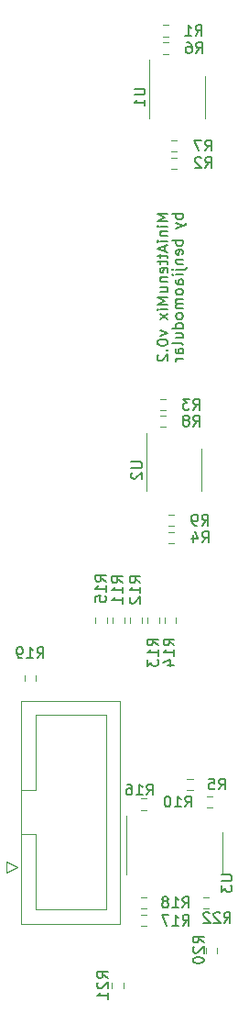
<source format=gbr>
%TF.GenerationSoftware,KiCad,Pcbnew,6.0.11+dfsg-1~bpo11+1*%
%TF.CreationDate,2023-11-22T17:04:06+08:00*%
%TF.ProjectId,MiniAttenuMix - Main,4d696e69-4174-4746-956e-754d6978202d,v0.2*%
%TF.SameCoordinates,Original*%
%TF.FileFunction,Legend,Bot*%
%TF.FilePolarity,Positive*%
%FSLAX46Y46*%
G04 Gerber Fmt 4.6, Leading zero omitted, Abs format (unit mm)*
G04 Created by KiCad (PCBNEW 6.0.11+dfsg-1~bpo11+1) date 2023-11-22 17:04:06*
%MOMM*%
%LPD*%
G01*
G04 APERTURE LIST*
%ADD10C,0.150000*%
%ADD11C,0.120000*%
G04 APERTURE END LIST*
D10*
X153952380Y-70038095D02*
X152952380Y-70038095D01*
X153666666Y-70371428D01*
X152952380Y-70704761D01*
X153952380Y-70704761D01*
X153952380Y-71180952D02*
X153285714Y-71180952D01*
X152952380Y-71180952D02*
X153000000Y-71133333D01*
X153047619Y-71180952D01*
X153000000Y-71228571D01*
X152952380Y-71180952D01*
X153047619Y-71180952D01*
X153285714Y-71657142D02*
X153952380Y-71657142D01*
X153380952Y-71657142D02*
X153333333Y-71704761D01*
X153285714Y-71800000D01*
X153285714Y-71942857D01*
X153333333Y-72038095D01*
X153428571Y-72085714D01*
X153952380Y-72085714D01*
X153952380Y-72561904D02*
X153285714Y-72561904D01*
X152952380Y-72561904D02*
X153000000Y-72514285D01*
X153047619Y-72561904D01*
X153000000Y-72609523D01*
X152952380Y-72561904D01*
X153047619Y-72561904D01*
X153666666Y-72990476D02*
X153666666Y-73466666D01*
X153952380Y-72895238D02*
X152952380Y-73228571D01*
X153952380Y-73561904D01*
X153285714Y-73752380D02*
X153285714Y-74133333D01*
X152952380Y-73895238D02*
X153809523Y-73895238D01*
X153904761Y-73942857D01*
X153952380Y-74038095D01*
X153952380Y-74133333D01*
X153285714Y-74323809D02*
X153285714Y-74704761D01*
X152952380Y-74466666D02*
X153809523Y-74466666D01*
X153904761Y-74514285D01*
X153952380Y-74609523D01*
X153952380Y-74704761D01*
X153904761Y-75419047D02*
X153952380Y-75323809D01*
X153952380Y-75133333D01*
X153904761Y-75038095D01*
X153809523Y-74990476D01*
X153428571Y-74990476D01*
X153333333Y-75038095D01*
X153285714Y-75133333D01*
X153285714Y-75323809D01*
X153333333Y-75419047D01*
X153428571Y-75466666D01*
X153523809Y-75466666D01*
X153619047Y-74990476D01*
X153285714Y-75895238D02*
X153952380Y-75895238D01*
X153380952Y-75895238D02*
X153333333Y-75942857D01*
X153285714Y-76038095D01*
X153285714Y-76180952D01*
X153333333Y-76276190D01*
X153428571Y-76323809D01*
X153952380Y-76323809D01*
X153285714Y-77228571D02*
X153952380Y-77228571D01*
X153285714Y-76800000D02*
X153809523Y-76800000D01*
X153904761Y-76847619D01*
X153952380Y-76942857D01*
X153952380Y-77085714D01*
X153904761Y-77180952D01*
X153857142Y-77228571D01*
X153952380Y-77704761D02*
X152952380Y-77704761D01*
X153666666Y-78038095D01*
X152952380Y-78371428D01*
X153952380Y-78371428D01*
X153952380Y-78847619D02*
X153285714Y-78847619D01*
X152952380Y-78847619D02*
X153000000Y-78800000D01*
X153047619Y-78847619D01*
X153000000Y-78895238D01*
X152952380Y-78847619D01*
X153047619Y-78847619D01*
X153952380Y-79228571D02*
X153285714Y-79752380D01*
X153285714Y-79228571D02*
X153952380Y-79752380D01*
X153285714Y-80800000D02*
X153952380Y-81038095D01*
X153285714Y-81276190D01*
X152952380Y-81847619D02*
X152952380Y-81942857D01*
X153000000Y-82038095D01*
X153047619Y-82085714D01*
X153142857Y-82133333D01*
X153333333Y-82180952D01*
X153571428Y-82180952D01*
X153761904Y-82133333D01*
X153857142Y-82085714D01*
X153904761Y-82038095D01*
X153952380Y-81942857D01*
X153952380Y-81847619D01*
X153904761Y-81752380D01*
X153857142Y-81704761D01*
X153761904Y-81657142D01*
X153571428Y-81609523D01*
X153333333Y-81609523D01*
X153142857Y-81657142D01*
X153047619Y-81704761D01*
X153000000Y-81752380D01*
X152952380Y-81847619D01*
X153857142Y-82609523D02*
X153904761Y-82657142D01*
X153952380Y-82609523D01*
X153904761Y-82561904D01*
X153857142Y-82609523D01*
X153952380Y-82609523D01*
X153047619Y-83038095D02*
X153000000Y-83085714D01*
X152952380Y-83180952D01*
X152952380Y-83419047D01*
X153000000Y-83514285D01*
X153047619Y-83561904D01*
X153142857Y-83609523D01*
X153238095Y-83609523D01*
X153380952Y-83561904D01*
X153952380Y-82990476D01*
X153952380Y-83609523D01*
X155352380Y-70061904D02*
X154352380Y-70061904D01*
X154733333Y-70061904D02*
X154685714Y-70157142D01*
X154685714Y-70347619D01*
X154733333Y-70442857D01*
X154780952Y-70490476D01*
X154876190Y-70538095D01*
X155161904Y-70538095D01*
X155257142Y-70490476D01*
X155304761Y-70442857D01*
X155352380Y-70347619D01*
X155352380Y-70157142D01*
X155304761Y-70061904D01*
X154685714Y-70871428D02*
X155352380Y-71109523D01*
X154685714Y-71347619D02*
X155352380Y-71109523D01*
X155590476Y-71014285D01*
X155638095Y-70966666D01*
X155685714Y-70871428D01*
X155352380Y-72490476D02*
X154352380Y-72490476D01*
X154733333Y-72490476D02*
X154685714Y-72585714D01*
X154685714Y-72776190D01*
X154733333Y-72871428D01*
X154780952Y-72919047D01*
X154876190Y-72966666D01*
X155161904Y-72966666D01*
X155257142Y-72919047D01*
X155304761Y-72871428D01*
X155352380Y-72776190D01*
X155352380Y-72585714D01*
X155304761Y-72490476D01*
X155304761Y-73776190D02*
X155352380Y-73680952D01*
X155352380Y-73490476D01*
X155304761Y-73395238D01*
X155209523Y-73347619D01*
X154828571Y-73347619D01*
X154733333Y-73395238D01*
X154685714Y-73490476D01*
X154685714Y-73680952D01*
X154733333Y-73776190D01*
X154828571Y-73823809D01*
X154923809Y-73823809D01*
X155019047Y-73347619D01*
X154685714Y-74252380D02*
X155352380Y-74252380D01*
X154780952Y-74252380D02*
X154733333Y-74300000D01*
X154685714Y-74395238D01*
X154685714Y-74538095D01*
X154733333Y-74633333D01*
X154828571Y-74680952D01*
X155352380Y-74680952D01*
X154685714Y-75157142D02*
X155542857Y-75157142D01*
X155638095Y-75109523D01*
X155685714Y-75014285D01*
X155685714Y-74966666D01*
X154352380Y-75157142D02*
X154400000Y-75109523D01*
X154447619Y-75157142D01*
X154400000Y-75204761D01*
X154352380Y-75157142D01*
X154447619Y-75157142D01*
X155352380Y-75633333D02*
X154685714Y-75633333D01*
X154352380Y-75633333D02*
X154400000Y-75585714D01*
X154447619Y-75633333D01*
X154400000Y-75680952D01*
X154352380Y-75633333D01*
X154447619Y-75633333D01*
X155352380Y-76538095D02*
X154828571Y-76538095D01*
X154733333Y-76490476D01*
X154685714Y-76395238D01*
X154685714Y-76204761D01*
X154733333Y-76109523D01*
X155304761Y-76538095D02*
X155352380Y-76442857D01*
X155352380Y-76204761D01*
X155304761Y-76109523D01*
X155209523Y-76061904D01*
X155114285Y-76061904D01*
X155019047Y-76109523D01*
X154971428Y-76204761D01*
X154971428Y-76442857D01*
X154923809Y-76538095D01*
X155352380Y-77157142D02*
X155304761Y-77061904D01*
X155257142Y-77014285D01*
X155161904Y-76966666D01*
X154876190Y-76966666D01*
X154780952Y-77014285D01*
X154733333Y-77061904D01*
X154685714Y-77157142D01*
X154685714Y-77300000D01*
X154733333Y-77395238D01*
X154780952Y-77442857D01*
X154876190Y-77490476D01*
X155161904Y-77490476D01*
X155257142Y-77442857D01*
X155304761Y-77395238D01*
X155352380Y-77300000D01*
X155352380Y-77157142D01*
X155352380Y-77919047D02*
X154685714Y-77919047D01*
X154780952Y-77919047D02*
X154733333Y-77966666D01*
X154685714Y-78061904D01*
X154685714Y-78204761D01*
X154733333Y-78300000D01*
X154828571Y-78347619D01*
X155352380Y-78347619D01*
X154828571Y-78347619D02*
X154733333Y-78395238D01*
X154685714Y-78490476D01*
X154685714Y-78633333D01*
X154733333Y-78728571D01*
X154828571Y-78776190D01*
X155352380Y-78776190D01*
X155352380Y-79395238D02*
X155304761Y-79300000D01*
X155257142Y-79252380D01*
X155161904Y-79204761D01*
X154876190Y-79204761D01*
X154780952Y-79252380D01*
X154733333Y-79300000D01*
X154685714Y-79395238D01*
X154685714Y-79538095D01*
X154733333Y-79633333D01*
X154780952Y-79680952D01*
X154876190Y-79728571D01*
X155161904Y-79728571D01*
X155257142Y-79680952D01*
X155304761Y-79633333D01*
X155352380Y-79538095D01*
X155352380Y-79395238D01*
X155352380Y-80585714D02*
X154352380Y-80585714D01*
X155304761Y-80585714D02*
X155352380Y-80490476D01*
X155352380Y-80300000D01*
X155304761Y-80204761D01*
X155257142Y-80157142D01*
X155161904Y-80109523D01*
X154876190Y-80109523D01*
X154780952Y-80157142D01*
X154733333Y-80204761D01*
X154685714Y-80300000D01*
X154685714Y-80490476D01*
X154733333Y-80585714D01*
X154685714Y-81490476D02*
X155352380Y-81490476D01*
X154685714Y-81061904D02*
X155209523Y-81061904D01*
X155304761Y-81109523D01*
X155352380Y-81204761D01*
X155352380Y-81347619D01*
X155304761Y-81442857D01*
X155257142Y-81490476D01*
X155352380Y-82109523D02*
X155304761Y-82014285D01*
X155209523Y-81966666D01*
X154352380Y-81966666D01*
X155352380Y-82919047D02*
X154828571Y-82919047D01*
X154733333Y-82871428D01*
X154685714Y-82776190D01*
X154685714Y-82585714D01*
X154733333Y-82490476D01*
X155304761Y-82919047D02*
X155352380Y-82823809D01*
X155352380Y-82585714D01*
X155304761Y-82490476D01*
X155209523Y-82442857D01*
X155114285Y-82442857D01*
X155019047Y-82490476D01*
X154971428Y-82585714D01*
X154971428Y-82823809D01*
X154923809Y-82919047D01*
X155352380Y-83395238D02*
X154685714Y-83395238D01*
X154876190Y-83395238D02*
X154780952Y-83442857D01*
X154733333Y-83490476D01*
X154685714Y-83585714D01*
X154685714Y-83680952D01*
%TO.C,R16*%
X151992857Y-123652380D02*
X152326190Y-123176190D01*
X152564285Y-123652380D02*
X152564285Y-122652380D01*
X152183333Y-122652380D01*
X152088095Y-122700000D01*
X152040476Y-122747619D01*
X151992857Y-122842857D01*
X151992857Y-122985714D01*
X152040476Y-123080952D01*
X152088095Y-123128571D01*
X152183333Y-123176190D01*
X152564285Y-123176190D01*
X151040476Y-123652380D02*
X151611904Y-123652380D01*
X151326190Y-123652380D02*
X151326190Y-122652380D01*
X151421428Y-122795238D01*
X151516666Y-122890476D01*
X151611904Y-122938095D01*
X150183333Y-122652380D02*
X150373809Y-122652380D01*
X150469047Y-122700000D01*
X150516666Y-122747619D01*
X150611904Y-122890476D01*
X150659523Y-123080952D01*
X150659523Y-123461904D01*
X150611904Y-123557142D01*
X150564285Y-123604761D01*
X150469047Y-123652380D01*
X150278571Y-123652380D01*
X150183333Y-123604761D01*
X150135714Y-123557142D01*
X150088095Y-123461904D01*
X150088095Y-123223809D01*
X150135714Y-123128571D01*
X150183333Y-123080952D01*
X150278571Y-123033333D01*
X150469047Y-123033333D01*
X150564285Y-123080952D01*
X150611904Y-123128571D01*
X150659523Y-123223809D01*
%TO.C,U1*%
X150847380Y-58487171D02*
X151656904Y-58487171D01*
X151752142Y-58534790D01*
X151799761Y-58582409D01*
X151847380Y-58677647D01*
X151847380Y-58868123D01*
X151799761Y-58963361D01*
X151752142Y-59010980D01*
X151656904Y-59058599D01*
X150847380Y-59058599D01*
X151847380Y-60058599D02*
X151847380Y-59487171D01*
X151847380Y-59772885D02*
X150847380Y-59772885D01*
X150990238Y-59677647D01*
X151085476Y-59582409D01*
X151133095Y-59487171D01*
%TO.C,R18*%
X155317857Y-134052380D02*
X155651190Y-133576190D01*
X155889285Y-134052380D02*
X155889285Y-133052380D01*
X155508333Y-133052380D01*
X155413095Y-133100000D01*
X155365476Y-133147619D01*
X155317857Y-133242857D01*
X155317857Y-133385714D01*
X155365476Y-133480952D01*
X155413095Y-133528571D01*
X155508333Y-133576190D01*
X155889285Y-133576190D01*
X154365476Y-134052380D02*
X154936904Y-134052380D01*
X154651190Y-134052380D02*
X154651190Y-133052380D01*
X154746428Y-133195238D01*
X154841666Y-133290476D01*
X154936904Y-133338095D01*
X153794047Y-133480952D02*
X153889285Y-133433333D01*
X153936904Y-133385714D01*
X153984523Y-133290476D01*
X153984523Y-133242857D01*
X153936904Y-133147619D01*
X153889285Y-133100000D01*
X153794047Y-133052380D01*
X153603571Y-133052380D01*
X153508333Y-133100000D01*
X153460714Y-133147619D01*
X153413095Y-133242857D01*
X153413095Y-133290476D01*
X153460714Y-133385714D01*
X153508333Y-133433333D01*
X153603571Y-133480952D01*
X153794047Y-133480952D01*
X153889285Y-133528571D01*
X153936904Y-133576190D01*
X153984523Y-133671428D01*
X153984523Y-133861904D01*
X153936904Y-133957142D01*
X153889285Y-134004761D01*
X153794047Y-134052380D01*
X153603571Y-134052380D01*
X153508333Y-134004761D01*
X153460714Y-133957142D01*
X153413095Y-133861904D01*
X153413095Y-133671428D01*
X153460714Y-133576190D01*
X153508333Y-133528571D01*
X153603571Y-133480952D01*
%TO.C,R1*%
X156511666Y-53601456D02*
X156845000Y-53125266D01*
X157083095Y-53601456D02*
X157083095Y-52601456D01*
X156702142Y-52601456D01*
X156606904Y-52649076D01*
X156559285Y-52696695D01*
X156511666Y-52791933D01*
X156511666Y-52934790D01*
X156559285Y-53030028D01*
X156606904Y-53077647D01*
X156702142Y-53125266D01*
X157083095Y-53125266D01*
X155559285Y-53601456D02*
X156130714Y-53601456D01*
X155845000Y-53601456D02*
X155845000Y-52601456D01*
X155940238Y-52744314D01*
X156035476Y-52839552D01*
X156130714Y-52887171D01*
%TO.C,R11*%
X149777380Y-104082142D02*
X149301190Y-103748809D01*
X149777380Y-103510714D02*
X148777380Y-103510714D01*
X148777380Y-103891666D01*
X148825000Y-103986904D01*
X148872619Y-104034523D01*
X148967857Y-104082142D01*
X149110714Y-104082142D01*
X149205952Y-104034523D01*
X149253571Y-103986904D01*
X149301190Y-103891666D01*
X149301190Y-103510714D01*
X149777380Y-105034523D02*
X149777380Y-104463095D01*
X149777380Y-104748809D02*
X148777380Y-104748809D01*
X148920238Y-104653571D01*
X149015476Y-104558333D01*
X149063095Y-104463095D01*
X149777380Y-105986904D02*
X149777380Y-105415476D01*
X149777380Y-105701190D02*
X148777380Y-105701190D01*
X148920238Y-105605952D01*
X149015476Y-105510714D01*
X149063095Y-105415476D01*
%TO.C,R9*%
X157114066Y-98779980D02*
X157447400Y-98303790D01*
X157685495Y-98779980D02*
X157685495Y-97779980D01*
X157304542Y-97779980D01*
X157209304Y-97827600D01*
X157161685Y-97875219D01*
X157114066Y-97970457D01*
X157114066Y-98113314D01*
X157161685Y-98208552D01*
X157209304Y-98256171D01*
X157304542Y-98303790D01*
X157685495Y-98303790D01*
X156637876Y-98779980D02*
X156447400Y-98779980D01*
X156352161Y-98732361D01*
X156304542Y-98684742D01*
X156209304Y-98541885D01*
X156161685Y-98351409D01*
X156161685Y-97970457D01*
X156209304Y-97875219D01*
X156256923Y-97827600D01*
X156352161Y-97779980D01*
X156542638Y-97779980D01*
X156637876Y-97827600D01*
X156685495Y-97875219D01*
X156733114Y-97970457D01*
X156733114Y-98208552D01*
X156685495Y-98303790D01*
X156637876Y-98351409D01*
X156542638Y-98399028D01*
X156352161Y-98399028D01*
X156256923Y-98351409D01*
X156209304Y-98303790D01*
X156161685Y-98208552D01*
%TO.C,R4*%
X157126566Y-100354980D02*
X157459900Y-99878790D01*
X157697995Y-100354980D02*
X157697995Y-99354980D01*
X157317042Y-99354980D01*
X157221804Y-99402600D01*
X157174185Y-99450219D01*
X157126566Y-99545457D01*
X157126566Y-99688314D01*
X157174185Y-99783552D01*
X157221804Y-99831171D01*
X157317042Y-99878790D01*
X157697995Y-99878790D01*
X156269423Y-99688314D02*
X156269423Y-100354980D01*
X156507519Y-99307361D02*
X156745614Y-100021647D01*
X156126566Y-100021647D01*
%TO.C,R17*%
X155332857Y-135702380D02*
X155666190Y-135226190D01*
X155904285Y-135702380D02*
X155904285Y-134702380D01*
X155523333Y-134702380D01*
X155428095Y-134750000D01*
X155380476Y-134797619D01*
X155332857Y-134892857D01*
X155332857Y-135035714D01*
X155380476Y-135130952D01*
X155428095Y-135178571D01*
X155523333Y-135226190D01*
X155904285Y-135226190D01*
X154380476Y-135702380D02*
X154951904Y-135702380D01*
X154666190Y-135702380D02*
X154666190Y-134702380D01*
X154761428Y-134845238D01*
X154856666Y-134940476D01*
X154951904Y-134988095D01*
X154047142Y-134702380D02*
X153380476Y-134702380D01*
X153809047Y-135702380D01*
%TO.C,R22*%
X159152857Y-135462380D02*
X159486190Y-134986190D01*
X159724285Y-135462380D02*
X159724285Y-134462380D01*
X159343333Y-134462380D01*
X159248095Y-134510000D01*
X159200476Y-134557619D01*
X159152857Y-134652857D01*
X159152857Y-134795714D01*
X159200476Y-134890952D01*
X159248095Y-134938571D01*
X159343333Y-134986190D01*
X159724285Y-134986190D01*
X158771904Y-134557619D02*
X158724285Y-134510000D01*
X158629047Y-134462380D01*
X158390952Y-134462380D01*
X158295714Y-134510000D01*
X158248095Y-134557619D01*
X158200476Y-134652857D01*
X158200476Y-134748095D01*
X158248095Y-134890952D01*
X158819523Y-135462380D01*
X158200476Y-135462380D01*
X157819523Y-134557619D02*
X157771904Y-134510000D01*
X157676666Y-134462380D01*
X157438571Y-134462380D01*
X157343333Y-134510000D01*
X157295714Y-134557619D01*
X157248095Y-134652857D01*
X157248095Y-134748095D01*
X157295714Y-134890952D01*
X157867142Y-135462380D01*
X157248095Y-135462380D01*
%TO.C,R7*%
X157411666Y-64226456D02*
X157745000Y-63750266D01*
X157983095Y-64226456D02*
X157983095Y-63226456D01*
X157602142Y-63226456D01*
X157506904Y-63274076D01*
X157459285Y-63321695D01*
X157411666Y-63416933D01*
X157411666Y-63559790D01*
X157459285Y-63655028D01*
X157506904Y-63702647D01*
X157602142Y-63750266D01*
X157983095Y-63750266D01*
X157078333Y-63226456D02*
X156411666Y-63226456D01*
X156840238Y-64226456D01*
%TO.C,R13*%
X153052380Y-109857142D02*
X152576190Y-109523809D01*
X153052380Y-109285714D02*
X152052380Y-109285714D01*
X152052380Y-109666666D01*
X152100000Y-109761904D01*
X152147619Y-109809523D01*
X152242857Y-109857142D01*
X152385714Y-109857142D01*
X152480952Y-109809523D01*
X152528571Y-109761904D01*
X152576190Y-109666666D01*
X152576190Y-109285714D01*
X153052380Y-110809523D02*
X153052380Y-110238095D01*
X153052380Y-110523809D02*
X152052380Y-110523809D01*
X152195238Y-110428571D01*
X152290476Y-110333333D01*
X152338095Y-110238095D01*
X152052380Y-111142857D02*
X152052380Y-111761904D01*
X152433333Y-111428571D01*
X152433333Y-111571428D01*
X152480952Y-111666666D01*
X152528571Y-111714285D01*
X152623809Y-111761904D01*
X152861904Y-111761904D01*
X152957142Y-111714285D01*
X153004761Y-111666666D01*
X153052380Y-111571428D01*
X153052380Y-111285714D01*
X153004761Y-111190476D01*
X152957142Y-111142857D01*
%TO.C,R3*%
X156291666Y-88104980D02*
X156625000Y-87628790D01*
X156863095Y-88104980D02*
X156863095Y-87104980D01*
X156482142Y-87104980D01*
X156386904Y-87152600D01*
X156339285Y-87200219D01*
X156291666Y-87295457D01*
X156291666Y-87438314D01*
X156339285Y-87533552D01*
X156386904Y-87581171D01*
X156482142Y-87628790D01*
X156863095Y-87628790D01*
X155958333Y-87104980D02*
X155339285Y-87104980D01*
X155672619Y-87485933D01*
X155529761Y-87485933D01*
X155434523Y-87533552D01*
X155386904Y-87581171D01*
X155339285Y-87676409D01*
X155339285Y-87914504D01*
X155386904Y-88009742D01*
X155434523Y-88057361D01*
X155529761Y-88104980D01*
X155815476Y-88104980D01*
X155910714Y-88057361D01*
X155958333Y-88009742D01*
%TO.C,R10*%
X155542857Y-124752380D02*
X155876190Y-124276190D01*
X156114285Y-124752380D02*
X156114285Y-123752380D01*
X155733333Y-123752380D01*
X155638095Y-123800000D01*
X155590476Y-123847619D01*
X155542857Y-123942857D01*
X155542857Y-124085714D01*
X155590476Y-124180952D01*
X155638095Y-124228571D01*
X155733333Y-124276190D01*
X156114285Y-124276190D01*
X154590476Y-124752380D02*
X155161904Y-124752380D01*
X154876190Y-124752380D02*
X154876190Y-123752380D01*
X154971428Y-123895238D01*
X155066666Y-123990476D01*
X155161904Y-124038095D01*
X153971428Y-123752380D02*
X153876190Y-123752380D01*
X153780952Y-123800000D01*
X153733333Y-123847619D01*
X153685714Y-123942857D01*
X153638095Y-124133333D01*
X153638095Y-124371428D01*
X153685714Y-124561904D01*
X153733333Y-124657142D01*
X153780952Y-124704761D01*
X153876190Y-124752380D01*
X153971428Y-124752380D01*
X154066666Y-124704761D01*
X154114285Y-124657142D01*
X154161904Y-124561904D01*
X154209523Y-124371428D01*
X154209523Y-124133333D01*
X154161904Y-123942857D01*
X154114285Y-123847619D01*
X154066666Y-123800000D01*
X153971428Y-123752380D01*
%TO.C,R21*%
X148402380Y-140557142D02*
X147926190Y-140223809D01*
X148402380Y-139985714D02*
X147402380Y-139985714D01*
X147402380Y-140366666D01*
X147450000Y-140461904D01*
X147497619Y-140509523D01*
X147592857Y-140557142D01*
X147735714Y-140557142D01*
X147830952Y-140509523D01*
X147878571Y-140461904D01*
X147926190Y-140366666D01*
X147926190Y-139985714D01*
X147497619Y-140938095D02*
X147450000Y-140985714D01*
X147402380Y-141080952D01*
X147402380Y-141319047D01*
X147450000Y-141414285D01*
X147497619Y-141461904D01*
X147592857Y-141509523D01*
X147688095Y-141509523D01*
X147830952Y-141461904D01*
X148402380Y-140890476D01*
X148402380Y-141509523D01*
X148402380Y-142461904D02*
X148402380Y-141890476D01*
X148402380Y-142176190D02*
X147402380Y-142176190D01*
X147545238Y-142080952D01*
X147640476Y-141985714D01*
X147688095Y-141890476D01*
%TO.C,R6*%
X156561666Y-55201456D02*
X156895000Y-54725266D01*
X157133095Y-55201456D02*
X157133095Y-54201456D01*
X156752142Y-54201456D01*
X156656904Y-54249076D01*
X156609285Y-54296695D01*
X156561666Y-54391933D01*
X156561666Y-54534790D01*
X156609285Y-54630028D01*
X156656904Y-54677647D01*
X156752142Y-54725266D01*
X157133095Y-54725266D01*
X155704523Y-54201456D02*
X155895000Y-54201456D01*
X155990238Y-54249076D01*
X156037857Y-54296695D01*
X156133095Y-54439552D01*
X156180714Y-54630028D01*
X156180714Y-55010980D01*
X156133095Y-55106218D01*
X156085476Y-55153837D01*
X155990238Y-55201456D01*
X155799761Y-55201456D01*
X155704523Y-55153837D01*
X155656904Y-55106218D01*
X155609285Y-55010980D01*
X155609285Y-54772885D01*
X155656904Y-54677647D01*
X155704523Y-54630028D01*
X155799761Y-54582409D01*
X155990238Y-54582409D01*
X156085476Y-54630028D01*
X156133095Y-54677647D01*
X156180714Y-54772885D01*
%TO.C,R12*%
X151427380Y-104082142D02*
X150951190Y-103748809D01*
X151427380Y-103510714D02*
X150427380Y-103510714D01*
X150427380Y-103891666D01*
X150475000Y-103986904D01*
X150522619Y-104034523D01*
X150617857Y-104082142D01*
X150760714Y-104082142D01*
X150855952Y-104034523D01*
X150903571Y-103986904D01*
X150951190Y-103891666D01*
X150951190Y-103510714D01*
X151427380Y-105034523D02*
X151427380Y-104463095D01*
X151427380Y-104748809D02*
X150427380Y-104748809D01*
X150570238Y-104653571D01*
X150665476Y-104558333D01*
X150713095Y-104463095D01*
X150522619Y-105415476D02*
X150475000Y-105463095D01*
X150427380Y-105558333D01*
X150427380Y-105796428D01*
X150475000Y-105891666D01*
X150522619Y-105939285D01*
X150617857Y-105986904D01*
X150713095Y-105986904D01*
X150855952Y-105939285D01*
X151427380Y-105367857D01*
X151427380Y-105986904D01*
%TO.C,R8*%
X156311566Y-89629980D02*
X156644900Y-89153790D01*
X156882995Y-89629980D02*
X156882995Y-88629980D01*
X156502042Y-88629980D01*
X156406804Y-88677600D01*
X156359185Y-88725219D01*
X156311566Y-88820457D01*
X156311566Y-88963314D01*
X156359185Y-89058552D01*
X156406804Y-89106171D01*
X156502042Y-89153790D01*
X156882995Y-89153790D01*
X155740138Y-89058552D02*
X155835376Y-89010933D01*
X155882995Y-88963314D01*
X155930614Y-88868076D01*
X155930614Y-88820457D01*
X155882995Y-88725219D01*
X155835376Y-88677600D01*
X155740138Y-88629980D01*
X155549661Y-88629980D01*
X155454423Y-88677600D01*
X155406804Y-88725219D01*
X155359185Y-88820457D01*
X155359185Y-88868076D01*
X155406804Y-88963314D01*
X155454423Y-89010933D01*
X155549661Y-89058552D01*
X155740138Y-89058552D01*
X155835376Y-89106171D01*
X155882995Y-89153790D01*
X155930614Y-89249028D01*
X155930614Y-89439504D01*
X155882995Y-89534742D01*
X155835376Y-89582361D01*
X155740138Y-89629980D01*
X155549661Y-89629980D01*
X155454423Y-89582361D01*
X155406804Y-89534742D01*
X155359185Y-89439504D01*
X155359185Y-89249028D01*
X155406804Y-89153790D01*
X155454423Y-89106171D01*
X155549661Y-89058552D01*
%TO.C,R14*%
X154552380Y-109857142D02*
X154076190Y-109523809D01*
X154552380Y-109285714D02*
X153552380Y-109285714D01*
X153552380Y-109666666D01*
X153600000Y-109761904D01*
X153647619Y-109809523D01*
X153742857Y-109857142D01*
X153885714Y-109857142D01*
X153980952Y-109809523D01*
X154028571Y-109761904D01*
X154076190Y-109666666D01*
X154076190Y-109285714D01*
X154552380Y-110809523D02*
X154552380Y-110238095D01*
X154552380Y-110523809D02*
X153552380Y-110523809D01*
X153695238Y-110428571D01*
X153790476Y-110333333D01*
X153838095Y-110238095D01*
X153885714Y-111666666D02*
X154552380Y-111666666D01*
X153504761Y-111428571D02*
X154219047Y-111190476D01*
X154219047Y-111809523D01*
%TO.C,R19*%
X141867857Y-111027380D02*
X142201190Y-110551190D01*
X142439285Y-111027380D02*
X142439285Y-110027380D01*
X142058333Y-110027380D01*
X141963095Y-110075000D01*
X141915476Y-110122619D01*
X141867857Y-110217857D01*
X141867857Y-110360714D01*
X141915476Y-110455952D01*
X141963095Y-110503571D01*
X142058333Y-110551190D01*
X142439285Y-110551190D01*
X140915476Y-111027380D02*
X141486904Y-111027380D01*
X141201190Y-111027380D02*
X141201190Y-110027380D01*
X141296428Y-110170238D01*
X141391666Y-110265476D01*
X141486904Y-110313095D01*
X140439285Y-111027380D02*
X140248809Y-111027380D01*
X140153571Y-110979761D01*
X140105952Y-110932142D01*
X140010714Y-110789285D01*
X139963095Y-110598809D01*
X139963095Y-110217857D01*
X140010714Y-110122619D01*
X140058333Y-110075000D01*
X140153571Y-110027380D01*
X140344047Y-110027380D01*
X140439285Y-110075000D01*
X140486904Y-110122619D01*
X140534523Y-110217857D01*
X140534523Y-110455952D01*
X140486904Y-110551190D01*
X140439285Y-110598809D01*
X140344047Y-110646428D01*
X140153571Y-110646428D01*
X140058333Y-110598809D01*
X140010714Y-110551190D01*
X139963095Y-110455952D01*
%TO.C,U2*%
X150572280Y-92915695D02*
X151381804Y-92915695D01*
X151477042Y-92963314D01*
X151524661Y-93010933D01*
X151572280Y-93106171D01*
X151572280Y-93296647D01*
X151524661Y-93391885D01*
X151477042Y-93439504D01*
X151381804Y-93487123D01*
X150572280Y-93487123D01*
X150667519Y-93915695D02*
X150619900Y-93963314D01*
X150572280Y-94058552D01*
X150572280Y-94296647D01*
X150619900Y-94391885D01*
X150667519Y-94439504D01*
X150762757Y-94487123D01*
X150857995Y-94487123D01*
X151000852Y-94439504D01*
X151572280Y-93868076D01*
X151572280Y-94487123D01*
%TO.C,R20*%
X157277380Y-137282142D02*
X156801190Y-136948809D01*
X157277380Y-136710714D02*
X156277380Y-136710714D01*
X156277380Y-137091666D01*
X156325000Y-137186904D01*
X156372619Y-137234523D01*
X156467857Y-137282142D01*
X156610714Y-137282142D01*
X156705952Y-137234523D01*
X156753571Y-137186904D01*
X156801190Y-137091666D01*
X156801190Y-136710714D01*
X156372619Y-137663095D02*
X156325000Y-137710714D01*
X156277380Y-137805952D01*
X156277380Y-138044047D01*
X156325000Y-138139285D01*
X156372619Y-138186904D01*
X156467857Y-138234523D01*
X156563095Y-138234523D01*
X156705952Y-138186904D01*
X157277380Y-137615476D01*
X157277380Y-138234523D01*
X156277380Y-138853571D02*
X156277380Y-138948809D01*
X156325000Y-139044047D01*
X156372619Y-139091666D01*
X156467857Y-139139285D01*
X156658333Y-139186904D01*
X156896428Y-139186904D01*
X157086904Y-139139285D01*
X157182142Y-139091666D01*
X157229761Y-139044047D01*
X157277380Y-138948809D01*
X157277380Y-138853571D01*
X157229761Y-138758333D01*
X157182142Y-138710714D01*
X157086904Y-138663095D01*
X156896428Y-138615476D01*
X156658333Y-138615476D01*
X156467857Y-138663095D01*
X156372619Y-138710714D01*
X156325000Y-138758333D01*
X156277380Y-138853571D01*
%TO.C,U3*%
X158882380Y-131018095D02*
X159691904Y-131018095D01*
X159787142Y-131065714D01*
X159834761Y-131113333D01*
X159882380Y-131208571D01*
X159882380Y-131399047D01*
X159834761Y-131494285D01*
X159787142Y-131541904D01*
X159691904Y-131589523D01*
X158882380Y-131589523D01*
X158882380Y-131970476D02*
X158882380Y-132589523D01*
X159263333Y-132256190D01*
X159263333Y-132399047D01*
X159310952Y-132494285D01*
X159358571Y-132541904D01*
X159453809Y-132589523D01*
X159691904Y-132589523D01*
X159787142Y-132541904D01*
X159834761Y-132494285D01*
X159882380Y-132399047D01*
X159882380Y-132113333D01*
X159834761Y-132018095D01*
X159787142Y-131970476D01*
%TO.C,R15*%
X148252380Y-103957142D02*
X147776190Y-103623809D01*
X148252380Y-103385714D02*
X147252380Y-103385714D01*
X147252380Y-103766666D01*
X147300000Y-103861904D01*
X147347619Y-103909523D01*
X147442857Y-103957142D01*
X147585714Y-103957142D01*
X147680952Y-103909523D01*
X147728571Y-103861904D01*
X147776190Y-103766666D01*
X147776190Y-103385714D01*
X148252380Y-104909523D02*
X148252380Y-104338095D01*
X148252380Y-104623809D02*
X147252380Y-104623809D01*
X147395238Y-104528571D01*
X147490476Y-104433333D01*
X147538095Y-104338095D01*
X147252380Y-105814285D02*
X147252380Y-105338095D01*
X147728571Y-105290476D01*
X147680952Y-105338095D01*
X147633333Y-105433333D01*
X147633333Y-105671428D01*
X147680952Y-105766666D01*
X147728571Y-105814285D01*
X147823809Y-105861904D01*
X148061904Y-105861904D01*
X148157142Y-105814285D01*
X148204761Y-105766666D01*
X148252380Y-105671428D01*
X148252380Y-105433333D01*
X148204761Y-105338095D01*
X148157142Y-105290476D01*
%TO.C,R2*%
X157411666Y-65801456D02*
X157745000Y-65325266D01*
X157983095Y-65801456D02*
X157983095Y-64801456D01*
X157602142Y-64801456D01*
X157506904Y-64849076D01*
X157459285Y-64896695D01*
X157411666Y-64991933D01*
X157411666Y-65134790D01*
X157459285Y-65230028D01*
X157506904Y-65277647D01*
X157602142Y-65325266D01*
X157983095Y-65325266D01*
X157030714Y-64896695D02*
X156983095Y-64849076D01*
X156887857Y-64801456D01*
X156649761Y-64801456D01*
X156554523Y-64849076D01*
X156506904Y-64896695D01*
X156459285Y-64991933D01*
X156459285Y-65087171D01*
X156506904Y-65230028D01*
X157078333Y-65801456D01*
X156459285Y-65801456D01*
%TO.C,R5*%
X158666666Y-123152380D02*
X159000000Y-122676190D01*
X159238095Y-123152380D02*
X159238095Y-122152380D01*
X158857142Y-122152380D01*
X158761904Y-122200000D01*
X158714285Y-122247619D01*
X158666666Y-122342857D01*
X158666666Y-122485714D01*
X158714285Y-122580952D01*
X158761904Y-122628571D01*
X158857142Y-122676190D01*
X159238095Y-122676190D01*
X157761904Y-122152380D02*
X158238095Y-122152380D01*
X158285714Y-122628571D01*
X158238095Y-122580952D01*
X158142857Y-122533333D01*
X157904761Y-122533333D01*
X157809523Y-122580952D01*
X157761904Y-122628571D01*
X157714285Y-122723809D01*
X157714285Y-122961904D01*
X157761904Y-123057142D01*
X157809523Y-123104761D01*
X157904761Y-123152380D01*
X158142857Y-123152380D01*
X158238095Y-123104761D01*
X158285714Y-123057142D01*
D11*
%TO.C,R16*%
X151944724Y-125022500D02*
X151435276Y-125022500D01*
X151944724Y-123977500D02*
X151435276Y-123977500D01*
%TO.C,U1*%
X152235000Y-59249076D02*
X152235000Y-61199076D01*
X157355000Y-59249076D02*
X157355000Y-61199076D01*
X152235000Y-59249076D02*
X152235000Y-55799076D01*
X157355000Y-59249076D02*
X157355000Y-57299076D01*
%TO.C,R18*%
X151944724Y-133077500D02*
X151435276Y-133077500D01*
X151944724Y-134122500D02*
X151435276Y-134122500D01*
%TO.C,R1*%
X153490276Y-53671576D02*
X153999724Y-53671576D01*
X153490276Y-52626576D02*
X153999724Y-52626576D01*
%TO.C,R11*%
X149922500Y-107245276D02*
X149922500Y-107754724D01*
X148877500Y-107245276D02*
X148877500Y-107754724D01*
%TO.C,R9*%
X154514624Y-97805100D02*
X154005176Y-97805100D01*
X154514624Y-98850100D02*
X154005176Y-98850100D01*
%TO.C,R4*%
X154030176Y-100425100D02*
X154539624Y-100425100D01*
X154030176Y-99380100D02*
X154539624Y-99380100D01*
%TO.C,J1*%
X139017500Y-130830000D02*
X139017500Y-129830000D01*
X141717500Y-116260000D02*
X141717500Y-123200000D01*
X140407500Y-135540000D02*
X149527500Y-135540000D01*
X141717500Y-127300000D02*
X141717500Y-134240000D01*
X141717500Y-123200000D02*
X141717500Y-123200000D01*
X140017500Y-130330000D02*
X139017500Y-130830000D01*
X149527500Y-135540000D02*
X149527500Y-114960000D01*
X148217500Y-134240000D02*
X148217500Y-116260000D01*
X148217500Y-116260000D02*
X141717500Y-116260000D01*
X140407500Y-127300000D02*
X141717500Y-127300000D01*
X139017500Y-129830000D02*
X140017500Y-130330000D01*
X149527500Y-114960000D02*
X140407500Y-114960000D01*
X140407500Y-114960000D02*
X140407500Y-135540000D01*
X141717500Y-123200000D02*
X140407500Y-123200000D01*
X141717500Y-134240000D02*
X148217500Y-134240000D01*
%TO.C,R17*%
X151435276Y-135722500D02*
X151944724Y-135722500D01*
X151435276Y-134677500D02*
X151944724Y-134677500D01*
%TO.C,R22*%
X157754724Y-134122500D02*
X157245276Y-134122500D01*
X157754724Y-133077500D02*
X157245276Y-133077500D01*
%TO.C,R7*%
X154799724Y-63251576D02*
X154290276Y-63251576D01*
X154799724Y-64296576D02*
X154290276Y-64296576D01*
%TO.C,R13*%
X153122500Y-107245276D02*
X153122500Y-107754724D01*
X152077500Y-107245276D02*
X152077500Y-107754724D01*
%TO.C,R3*%
X153245276Y-87130100D02*
X153754724Y-87130100D01*
X153245276Y-88175100D02*
X153754724Y-88175100D01*
%TO.C,R10*%
X157535276Y-123777500D02*
X158044724Y-123777500D01*
X157535276Y-124822500D02*
X158044724Y-124822500D01*
%TO.C,R21*%
X148777500Y-140945276D02*
X148777500Y-141454724D01*
X149822500Y-140945276D02*
X149822500Y-141454724D01*
%TO.C,R6*%
X153999724Y-54226576D02*
X153490276Y-54226576D01*
X153999724Y-55271576D02*
X153490276Y-55271576D01*
%TO.C,R12*%
X150477500Y-107245276D02*
X150477500Y-107754724D01*
X151522500Y-107245276D02*
X151522500Y-107754724D01*
%TO.C,R8*%
X153724624Y-89700100D02*
X153215176Y-89700100D01*
X153724624Y-88655100D02*
X153215176Y-88655100D01*
%TO.C,R14*%
X153677500Y-107245276D02*
X153677500Y-107754724D01*
X154722500Y-107245276D02*
X154722500Y-107754724D01*
%TO.C,R19*%
X141747500Y-112595276D02*
X141747500Y-113104724D01*
X140702500Y-112595276D02*
X140702500Y-113104724D01*
%TO.C,U2*%
X151959900Y-93677600D02*
X151959900Y-90227600D01*
X157079900Y-93677600D02*
X157079900Y-95627600D01*
X157079900Y-93677600D02*
X157079900Y-91727600D01*
X151959900Y-93677600D02*
X151959900Y-95627600D01*
%TO.C,R20*%
X158522500Y-137745276D02*
X158522500Y-138254724D01*
X157477500Y-137745276D02*
X157477500Y-138254724D01*
%TO.C,U3*%
X150155000Y-129025000D02*
X150155000Y-130975000D01*
X159025000Y-129025000D02*
X159025000Y-127075000D01*
X150155000Y-129025000D02*
X150155000Y-125575000D01*
X159025000Y-129025000D02*
X159025000Y-130975000D01*
%TO.C,R15*%
X147277500Y-107245276D02*
X147277500Y-107754724D01*
X148322500Y-107245276D02*
X148322500Y-107754724D01*
%TO.C,R2*%
X154290276Y-65871576D02*
X154799724Y-65871576D01*
X154290276Y-64826576D02*
X154799724Y-64826576D01*
%TO.C,R5*%
X155745276Y-122177500D02*
X156254724Y-122177500D01*
X155745276Y-123222500D02*
X156254724Y-123222500D01*
%TD*%
M02*

</source>
